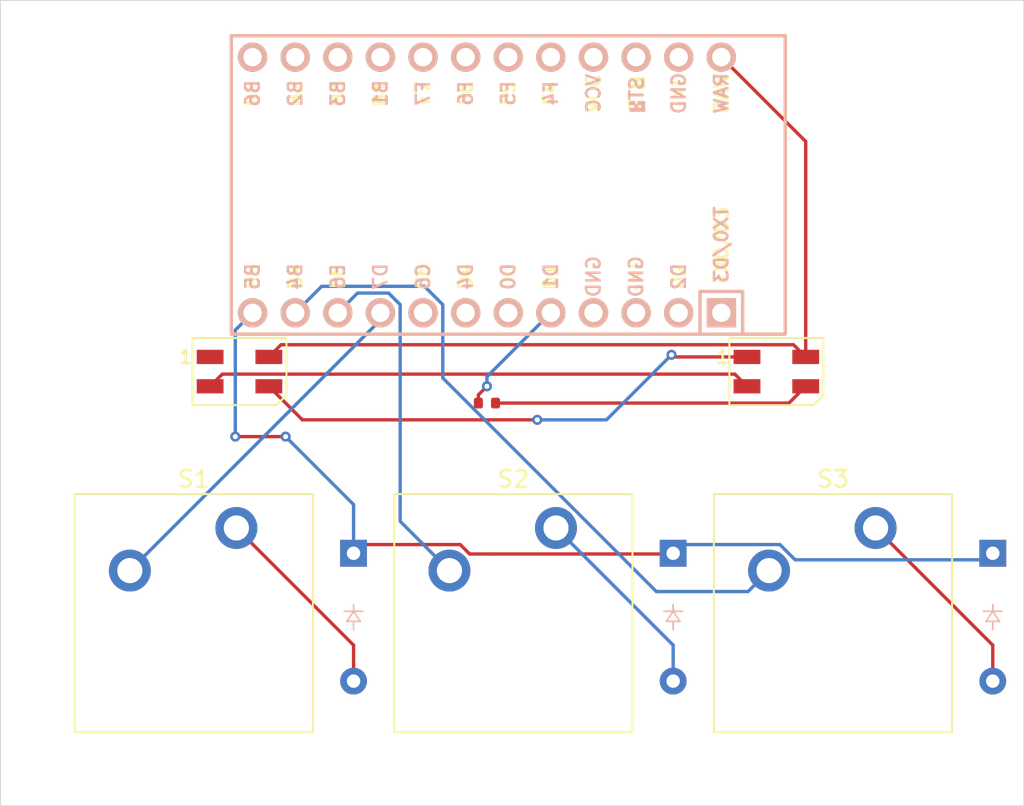
<source format=kicad_pcb>
(kicad_pcb (version 20241229) (generator "pcbnew") (generator_version "9.0")
  (layers (0 "F.Cu" signal) (2 "B.Cu" signal) (13 "F.Paste" user) (15 "B.Paste" user) (5 "F.SilkS" user "F.Silkscreen") (7 "B.SilkS" user "B.Silkscreen") (1 "F.Mask" user) (3 "B.Mask" user) (25 "Edge.Cuts" user))
  (net 0 "")
  (net 1 "Net-(D1-A)")
  (net 2 "R1")
  (net 3 "Net-(D2-A)")
  (net 4 "Net-(D3-A)")
  (net 5 "C1")
  (net 6 "C2")
  (net 7 "C3")
  (net 8 "+5V")
  (net 9 "GND")
  (net 10 "DIN")
  (net 11 "Net-(D4-DOUT)")
  (net 13 "Net-(U1-2{slash}PD1)")
  (footprint "LED_SMD:LED_SK6812MINI_PLCC4_3.5x3.5mm_P1.75mm" (layer "F.Cu") (at 97.975 80.85)
    (property "Reference" "D5" (hide yes))
    (property "Value" "SK6812MINI")
    (fp_line (start -2.8 -2) (end -2.8 2) (stroke (width 0.12)) (layer "F.SilkS"))
    (fp_line (start -2.8 -2) (end 2.8 -2) (stroke (width 0.12)) (layer "F.SilkS"))
    (fp_line (start -2.8 2) (end 2.2 2) (stroke (width 0.12)) (layer "F.SilkS"))
    (fp_line (start 2.8 1.4) (end 2.2 2) (stroke (width 0.12)) (layer "F.SilkS"))
    (fp_line (start 2.8 1.4) (end 2.8 -2) (stroke (width 0.12)) (layer "F.SilkS"))
    (fp_text user "1" (at -3.2 -0.875 0) (layer "F.SilkS") (effects (font (size 0.8 0.8))))
    (pad "1" smd rect (at -1.75 -0.875) (size 1.6 0.85) (layers "F.Cu" "F.Mask" "F.Paste"))
    (pad "2" smd rect (at -1.75 0.875) (size 1.6 0.85) (layers "F.Cu" "F.Mask" "F.Paste") (net 9 "GND"))
    (pad "3" smd rect (at 1.75 0.875) (size 1.6 0.85) (layers "F.Cu" "F.Mask" "F.Paste") (net 11 "Net-(D4-DOUT)"))
    (pad "4" smd rect (at 1.75 -0.875) (size 1.6 0.85) (layers "F.Cu" "F.Mask" "F.Paste") (net 8 "+5V"))
  )
  (footprint "ScottoKeebs_MX:MX_PCB_1.00u" (layer "F.Cu") (at 114.3 95.25)
    (property "Reference" "S2" (at 0 -8 0) (layer "F.SilkS"))
    (property "Value" "Keyswitch")
    (fp_line (start -7.1 -7.1) (end -7.1 7.1) (stroke (width 0.12)) (layer "F.SilkS"))
    (fp_line (start -7.1 7.1) (end 7.1 7.1) (stroke (width 0.12)) (layer "F.SilkS"))
    (fp_line (start 7.1 -7.1) (end -7.1 -7.1) (stroke (width 0.12)) (layer "F.SilkS"))
    (fp_line (start 7.1 7.1) (end 7.1 -7.1) (stroke (width 0.12)) (layer "F.SilkS"))
    (pad "" np_thru_hole circle (at -5.08 0) (size 1.75 1.75) (drill 1.75) (layers "*.Cu" "*.Mask"))
    (pad "" np_thru_hole circle (at 0 0) (size 4 4) (drill 4) (layers "*.Cu" "*.Mask"))
    (pad "" np_thru_hole circle (at 5.08 0) (size 1.75 1.75) (drill 1.75) (layers "*.Cu" "*.Mask"))
    (pad "1" thru_hole circle (at -3.81 -2.54) (size 2.5 2.5) (drill 1.5) (layers "*.Cu" "*.Mask") (net 6 "C2"))
    (pad "2" thru_hole circle (at 2.54 -5.08) (size 2.5 2.5) (drill 1.5) (layers "*.Cu" "*.Mask") (net 3 "Net-(D2-A)"))
  )
  (footprint "ScottoKeebs_Components:Resistor_0402" (layer "F.Cu") (at 112.725 82.725)
    (property "Reference" "R1(100R)1" (hide yes))
    (property "Value" "Resistor" (hide yes))
    (pad "1" smd roundrect (at -0.51 0) (size 0.54 0.64) (layers "F.Cu" "F.Mask" "F.Paste") (net 13 "Net-(U1-2{slash}PD1)"))
    (pad "2" smd roundrect (at 0.51 0) (size 0.54 0.64) (layers "F.Cu" "F.Mask" "F.Paste") (net 10 "DIN"))
  )
  (footprint "LED_SMD:LED_SK6812MINI_PLCC4_3.5x3.5mm_P1.75mm" (layer "F.Cu") (at 129.975 80.85)
    (property "Reference" "D4" (hide yes))
    (property "Value" "SK6812MINI")
    (fp_line (start -2.8 -2) (end -2.8 2) (stroke (width 0.12)) (layer "F.SilkS"))
    (fp_line (start -2.8 -2) (end 2.8 -2) (stroke (width 0.12)) (layer "F.SilkS"))
    (fp_line (start -2.8 2) (end 2.2 2) (stroke (width 0.12)) (layer "F.SilkS"))
    (fp_line (start 2.8 1.4) (end 2.2 2) (stroke (width 0.12)) (layer "F.SilkS"))
    (fp_line (start 2.8 1.4) (end 2.8 -2) (stroke (width 0.12)) (layer "F.SilkS"))
    (fp_text user "1" (at -3.2 -0.875 0) (layer "F.SilkS") (effects (font (size 0.8 0.8))))
    (pad "1" smd rect (at -1.75 -0.875) (size 1.6 0.85) (layers "F.Cu" "F.Mask" "F.Paste") (net 11 "Net-(D4-DOUT)"))
    (pad "2" smd rect (at -1.75 0.875) (size 1.6 0.85) (layers "F.Cu" "F.Mask" "F.Paste") (net 9 "GND"))
    (pad "3" smd rect (at 1.75 0.875) (size 1.6 0.85) (layers "F.Cu" "F.Mask" "F.Paste") (net 10 "DIN"))
    (pad "4" smd rect (at 1.75 -0.875) (size 1.6 0.85) (layers "F.Cu" "F.Mask" "F.Paste") (net 8 "+5V"))
  )
  (footprint "ScottoKeebs_MX:MX_PCB_1.00u" (layer "F.Cu") (at 95.25 95.25)
    (property "Reference" "S1" (at 0 -8 0) (layer "F.SilkS"))
    (property "Value" "Keyswitch")
    (fp_line (start -7.1 -7.1) (end -7.1 7.1) (stroke (width 0.12)) (layer "F.SilkS"))
    (fp_line (start -7.1 7.1) (end 7.1 7.1) (stroke (width 0.12)) (layer "F.SilkS"))
    (fp_line (start 7.1 -7.1) (end -7.1 -7.1) (stroke (width 0.12)) (layer "F.SilkS"))
    (fp_line (start 7.1 7.1) (end 7.1 -7.1) (stroke (width 0.12)) (layer "F.SilkS"))
    (pad "" np_thru_hole circle (at -5.08 0) (size 1.75 1.75) (drill 1.75) (layers "*.Cu" "*.Mask"))
    (pad "" np_thru_hole circle (at 0 0) (size 4 4) (drill 4) (layers "*.Cu" "*.Mask"))
    (pad "" np_thru_hole circle (at 5.08 0) (size 1.75 1.75) (drill 1.75) (layers "*.Cu" "*.Mask"))
    (pad "1" thru_hole circle (at -3.81 -2.54) (size 2.5 2.5) (drill 1.5) (layers "*.Cu" "*.Mask") (net 5 "C1"))
    (pad "2" thru_hole circle (at 2.54 -5.08) (size 2.5 2.5) (drill 1.5) (layers "*.Cu" "*.Mask") (net 1 "Net-(D1-A)"))
  )
  (footprint "ScottoKeebs_MX:MX_PCB_1.00u" (layer "F.Cu") (at 133.35 95.25)
    (property "Reference" "S3" (at 0 -8 0) (layer "F.SilkS"))
    (property "Value" "Keyswitch")
    (fp_line (start -7.1 -7.1) (end -7.1 7.1) (stroke (width 0.12)) (layer "F.SilkS"))
    (fp_line (start -7.1 7.1) (end 7.1 7.1) (stroke (width 0.12)) (layer "F.SilkS"))
    (fp_line (start 7.1 -7.1) (end -7.1 -7.1) (stroke (width 0.12)) (layer "F.SilkS"))
    (fp_line (start 7.1 7.1) (end 7.1 -7.1) (stroke (width 0.12)) (layer "F.SilkS"))
    (pad "" np_thru_hole circle (at -5.08 0) (size 1.75 1.75) (drill 1.75) (layers "*.Cu" "*.Mask"))
    (pad "" np_thru_hole circle (at 0 0) (size 4 4) (drill 4) (layers "*.Cu" "*.Mask"))
    (pad "" np_thru_hole circle (at 5.08 0) (size 1.75 1.75) (drill 1.75) (layers "*.Cu" "*.Mask"))
    (pad "1" thru_hole circle (at -3.81 -2.54) (size 2.5 2.5) (drill 1.5) (layers "*.Cu" "*.Mask") (net 7 "C3"))
    (pad "2" thru_hole circle (at 2.54 -5.08) (size 2.5 2.5) (drill 1.5) (layers "*.Cu" "*.Mask") (net 4 "Net-(D3-A)"))
  )
  (footprint "ScottoKeebs_Components:Diode_DO-35" (layer "B.Cu") (at 142.875 91.678125 -90)
    (property "Reference" "D3" (hide yes))
    (property "Value" "Diode" (hide yes))
    (fp_line (start 3.46 0.55) (end 3.46 -0.55) (stroke (width 0.1)) (layer "B.SilkS"))
    (fp_line (start 4.06 0.4) (end 4.06 -0.4) (stroke (width 0.1)) (layer "B.SilkS"))
    (fp_line (start 3.06 0) (end 3.46 0) (stroke (width 0.1)) (layer "B.SilkS"))
    (fp_line (start 3.46 0) (end 4.06 0.4) (stroke (width 0.1)) (layer "B.SilkS"))
    (fp_line (start 4.06 0) (end 4.56 0) (stroke (width 0.1)) (layer "B.SilkS"))
    (fp_line (start 4.06 -0.4) (end 3.46 0) (stroke (width 0.1)) (layer "B.SilkS"))
    (pad "1" thru_hole rect (at 0 0 270) (size 1.6 1.6) (drill 0.8) (layers "*.Cu" "*.Mask") (net 2 "R1"))
    (pad "2" thru_hole oval (at 7.62 0 270) (size 1.6 1.6) (drill 0.8) (layers "*.Cu" "*.Mask") (net 4 "Net-(D3-A)"))
  )
  (footprint "ScottoKeebs_Components:Diode_DO-35" (layer "B.Cu") (at 123.825 91.678125 -90)
    (property "Reference" "D2" (hide yes))
    (property "Value" "Diode" (hide yes))
    (fp_line (start 3.46 0.55) (end 3.46 -0.55) (stroke (width 0.1)) (layer "B.SilkS"))
    (fp_line (start 4.06 0.4) (end 4.06 -0.4) (stroke (width 0.1)) (layer "B.SilkS"))
    (fp_line (start 3.06 0) (end 3.46 0) (stroke (width 0.1)) (layer "B.SilkS"))
    (fp_line (start 3.46 0) (end 4.06 0.4) (stroke (width 0.1)) (layer "B.SilkS"))
    (fp_line (start 4.06 0) (end 4.56 0) (stroke (width 0.1)) (layer "B.SilkS"))
    (fp_line (start 4.06 -0.4) (end 3.46 0) (stroke (width 0.1)) (layer "B.SilkS"))
    (pad "1" thru_hole rect (at 0 0 270) (size 1.6 1.6) (drill 0.8) (layers "*.Cu" "*.Mask") (net 2 "R1"))
    (pad "2" thru_hole oval (at 7.62 0 270) (size 1.6 1.6) (drill 0.8) (layers "*.Cu" "*.Mask") (net 3 "Net-(D2-A)"))
  )
  (footprint "ScottoKeebs_MCU:Arduino_Pro_Micro" (layer "B.Cu") (at 112.725 69.725 90)
    (property "Reference" "U1" (hide yes))
    (property "Value" "Arduino_Pro_Micro" (hide yes))
    (fp_line (start 8.89 -15.24) (end 8.89 17.78) (stroke (width 0.2)) (layer "F.SilkS"))
    (fp_line (start -8.89 -15.24) (end 8.89 -15.24) (stroke (width 0.2)) (layer "F.SilkS"))
    (fp_line (start -6.35 12.7) (end -8.89 12.7) (stroke (width 0.2)) (layer "F.SilkS"))
    (fp_line (start -6.35 15.24) (end -6.35 12.7) (stroke (width 0.2)) (layer "F.SilkS"))
    (fp_line (start -6.35 15.24) (end -8.89 15.24) (stroke (width 0.2)) (layer "F.SilkS"))
    (fp_line (start 8.89 17.78) (end -8.89 17.78) (stroke (width 0.2)) (layer "F.SilkS"))
    (fp_line (start -8.89 17.78) (end -8.89 -15.24) (stroke (width 0.2)) (layer "F.SilkS"))
    (fp_poly (pts (xy 5.844635 8.75097) (xy 5.844635 8.55097) (xy 5.944635 8.55097) (xy 5.944635 8.75097)) (stroke (width 0.15)) (fill yes) (layer "F.SilkS"))
    (fp_poly (pts (xy 6.044635 8.95097) (xy 6.044635 8.85097) (xy 6.144635 8.85097) (xy 6.144635 8.95097)) (stroke (width 0.15)) (fill yes) (layer "F.SilkS"))
    (fp_poly (pts (xy 6.244635 9.35097) (xy 6.244635 8.55097) (xy 6.344635 8.55097) (xy 6.344635 9.35097)) (stroke (width 0.15)) (fill yes) (layer "F.SilkS"))
    (fp_poly (pts (xy 5.844635 9.35097) (xy 5.844635 9.05097) (xy 5.944635 9.05097) (xy 5.944635 9.35097)) (stroke (width 0.15)) (fill yes) (layer "F.SilkS"))
    (fp_poly (pts (xy 5.844635 9.35097) (xy 5.844635 9.25097) (xy 6.344635 9.25097) (xy 6.344635 9.35097)) (stroke (width 0.15)) (fill yes) (layer "F.SilkS"))
    (fp_line (start 8.89 -15.24) (end 8.89 17.78) (stroke (width 0.2)) (layer "B.SilkS"))
    (fp_line (start -8.89 -15.24) (end 8.89 -15.24) (stroke (width 0.2)) (layer "B.SilkS"))
    (fp_line (start -6.35 12.7) (end -8.89 12.7) (stroke (width 0.2)) (layer "B.SilkS"))
    (fp_line (start -6.35 15.24) (end -6.35 12.7) (stroke (width 0.2)) (layer "B.SilkS"))
    (fp_line (start -6.35 15.24) (end -8.89 15.24) (stroke (width 0.2)) (layer "B.SilkS"))
    (fp_line (start 8.89 17.78) (end -8.89 17.78) (stroke (width 0.2)) (layer "B.SilkS"))
    (fp_line (start -8.89 17.78) (end -8.89 -15.24) (stroke (width 0.2)) (layer "B.SilkS"))
    (fp_poly (pts (xy 4.931568 8.76064) (xy 4.931568 8.56064) (xy 4.831568 8.56064) (xy 4.831568 8.76064)) (stroke (width 0.15)) (fill yes) (layer "B.SilkS"))
    (fp_poly (pts (xy 4.731568 8.96064) (xy 4.731568 8.86064) (xy 4.631568 8.86064) (xy 4.631568 8.96064)) (stroke (width 0.15)) (fill yes) (layer "B.SilkS"))
    (fp_poly (pts (xy 4.931568 9.36064) (xy 4.931568 9.06064) (xy 4.831568 9.06064) (xy 4.831568 9.36064)) (stroke (width 0.15)) (fill yes) (layer "B.SilkS"))
    (fp_poly (pts (xy 4.931568 9.36064) (xy 4.931568 9.26064) (xy 4.431568 9.26064) (xy 4.431568 9.36064)) (stroke (width 0.15)) (fill yes) (layer "B.SilkS"))
    (fp_poly (pts (xy 4.531568 9.36064) (xy 4.531568 8.56064) (xy 4.431568 8.56064) (xy 4.431568 9.36064)) (stroke (width 0.15)) (fill yes) (layer "B.SilkS"))
    (fp_text user "ST" (at 5.04 8.91 90) (layer "F.SilkS") (effects (font (size 0.8 0.8))))
    (fp_text user "GND" (at 5.461 11.43 90) (layer "F.SilkS") (effects (font (size 0.8 0.8))))
    (fp_text user "B6" (at 5.461 -13.97 90) (layer "F.SilkS") (effects (font (size 0.8 0.8))))
    (fp_text user "B1" (at 5.461 -6.35 90) (layer "F.SilkS") (effects (font (size 0.8 0.8))))
    (fp_text user "F7" (at 5.461 -3.81 90) (layer "F.SilkS") (effects (font (size 0.8 0.8))))
    (fp_text user "F6" (at 5.461 -1.27 90) (layer "F.SilkS") (effects (font (size 0.8 0.8))))
    (fp_text user "B2" (at 5.461 -11.43 90) (layer "F.SilkS") (effects (font (size 0.8 0.8))))
    (fp_text user "VCC" (at 5.461 6.35 90) (layer "F.SilkS") (effects (font (size 0.8 0.8))))
    (fp_text user "GND" (at -5.461 8.89 90) (layer "F.SilkS") (effects (font (size 0.8 0.8))))
    (fp_text user "B5" (at -5.461 -13.97 90) (layer "F.SilkS") (effects (font (size 0.8 0.8))))
    (fp_text user "F4" (at 5.461 3.81 90) (layer "F.SilkS") (effects (font (size 0.8 0.8))))
    (fp_text user "B4" (at -5.461 -11.43 90) (layer "F.SilkS") (effects (font (size 0.8 0.8))))
    (fp_text user "C6" (at -5.461 -3.81 90) (layer "F.SilkS") (effects (font (size 0.8 0.8))))
    (fp_text user "B3" (at 5.461 -8.89 90) (layer "F.SilkS") (effects (font (size 0.8 0.8))))
    (fp_text user "F5" (at 5.461 1.27 90) (layer "F.SilkS") (effects (font (size 0.8 0.8))))
    (fp_text user "RAW" (at 5.461 13.97 90) (layer "F.SilkS") (effects (font (size 0.8 0.8))))
    (fp_text user "TX0/D3" (at -3.571872 13.97 90) (layer "F.SilkS") (effects (font (size 0.8 0.8))))
    (fp_text user "D2" (at -5.461 11.43 90) (layer "F.SilkS") (effects (font (size 0.8 0.8))))
    (fp_text user "D1" (at -5.461 3.81 90) (layer "F.SilkS") (effects (font (size 0.8 0.8))))
    (fp_text user "E6" (at -5.461 -8.89 90) (layer "F.SilkS") (effects (font (size 0.8 0.8))))
    (fp_text user "D0" (at -5.461 1.27 90) (layer "F.SilkS") (effects (font (size 0.8 0.8))))
    (fp_text user "D4" (at -5.461 -1.27 90) (layer "F.SilkS") (effects (font (size 0.8 0.8))))
    (fp_text user "B6" (at 5.461 -13.97 90) (layer "B.SilkS") (effects (font (size 0.8 0.8)) (justify mirror)))
    (fp_text user "C6" (at -5.461 -3.81 90) (layer "B.SilkS") (effects (font (size 0.8 0.8)) (justify mirror)))
    (fp_text user "B5" (at -5.461 -13.97 90) (layer "B.SilkS") (effects (font (size 0.8 0.8)) (justify mirror)))
    (fp_text user "D2" (at -5.461 11.43 90) (layer "B.SilkS") (effects (font (size 0.8 0.8)) (justify mirror)))
    (fp_text user "B3" (at 5.461 -8.89 90) (layer "B.SilkS") (effects (font (size 0.8 0.8)) (justify mirror)))
    (fp_text user "D1" (at -5.461 3.81 90) (layer "B.SilkS") (effects (font (size 0.8 0.8)) (justify mirror)))
    (fp_text user "F4" (at 5.461 3.81 90) (layer "B.SilkS") (effects (font (size 0.8 0.8)) (justify mirror)))
    (fp_text user "GND" (at -5.461 6.35 90) (layer "B.SilkS") (effects (font (size 0.8 0.8)) (justify mirror)))
    (fp_text user "GND" (at 5.461 11.43 90) (layer "B.SilkS") (effects (font (size 0.8 0.8)) (justify mirror)))
    (fp_text user "GND" (at -5.461 8.89 90) (layer "B.SilkS") (effects (font (size 0.8 0.8)) (justify mirror)))
    (fp_text user "ST" (at 5.73312 8.92 90) (layer "B.SilkS") (effects (font (size 0.8 0.8)) (justify mirror)))
    (fp_text user "F5" (at 5.461 1.27 90) (layer "B.SilkS") (effects (font (size 0.8 0.8)) (justify mirror)))
    (fp_text user "B1" (at 5.461 -6.35 90) (layer "B.SilkS") (effects (font (size 0.8 0.8)) (justify mirror)))
    (fp_text user "TX0/D3" (at -3.571872 13.97 90) (layer "B.SilkS") (effects (font (size 0.8 0.8)) (justify mirror)))
    (fp_text user "B2" (at 5.461 -11.43 90) (layer "B.SilkS") (effects (font (size 0.8 0.8)) (justify mirror)))
    (fp_text user "B4" (at -5.461 -11.43 90) (layer "B.SilkS") (effects (font (size 0.8 0.8)) (justify mirror)))
    (fp_text user "E6" (at -5.461 -8.89 90) (layer "B.SilkS") (effects (font (size 0.8 0.8)) (justify mirror)))
    (fp_text user "F6" (at 5.461 -1.27 90) (layer "B.SilkS") (effects (font (size 0.8 0.8)) (justify mirror)))
    (fp_text user "F7" (at 5.461 -3.81 90) (layer "B.SilkS") (effects (font (size 0.8 0.8)) (justify mirror)))
    (fp_text user "D0" (at -5.461 1.27 90) (layer "B.SilkS") (effects (font (size 0.8 0.8)) (justify mirror)))
    (fp_text user "D4" (at -5.461 -1.27 90) (layer "B.SilkS") (effects (font (size 0.8 0.8)) (justify mirror)))
    (fp_text user "RAW" (at 5.461 13.97 90) (layer "B.SilkS") (effects (font (size 0.8 0.8)) (justify mirror)))
    (fp_text user "VCC" (at 5.461 6.35 90) (layer "B.SilkS") (effects (font (size 0.8 0.8)) (justify mirror)))
    (fp_text user "D7" (at -5.461 -6.35 90) (layer "B.SilkS") (effects (font (size 0.8 0.8)) (justify mirror)))
    (pad "1" thru_hole rect (at -7.62 13.97 180) (size 1.7526 1.7526) (drill 1.0922) (layers "*.Cu" "*.SilkS" "*.Mask"))
    (pad "2" thru_hole circle (at -7.62 11.43 180) (size 1.7526 1.7526) (drill 1.0922) (layers "*.Cu" "*.SilkS" "*.Mask"))
    (pad "3" thru_hole circle (at -7.62 8.89 180) (size 1.7526 1.7526) (drill 1.0922) (layers "*.Cu" "*.SilkS" "*.Mask"))
    (pad "4" thru_hole circle (at -7.62 6.35 180) (size 1.7526 1.7526) (drill 1.0922) (layers "*.Cu" "*.SilkS" "*.Mask"))
    (pad "5" thru_hole circle (at -7.62 3.81 180) (size 1.7526 1.7526) (drill 1.0922) (layers "*.Cu" "*.SilkS" "*.Mask") (net 13 "Net-(U1-2{slash}PD1)"))
    (pad "6" thru_hole circle (at -7.62 1.27 180) (size 1.7526 1.7526) (drill 1.0922) (layers "*.Cu" "*.SilkS" "*.Mask"))
    (pad "7" thru_hole circle (at -7.62 -1.27 180) (size 1.7526 1.7526) (drill 1.0922) (layers "*.Cu" "*.SilkS" "*.Mask"))
    (pad "8" thru_hole circle (at -7.62 -3.81 180) (size 1.7526 1.7526) (drill 1.0922) (layers "*.Cu" "*.SilkS" "*.Mask"))
    (pad "9" thru_hole circle (at -7.62 -6.35 180) (size 1.7526 1.7526) (drill 1.0922) (layers "*.Cu" "*.SilkS" "*.Mask") (net 5 "C1"))
    (pad "10" thru_hole circle (at -7.62 -8.89 180) (size 1.7526 1.7526) (drill 1.0922) (layers "*.Cu" "*.SilkS" "*.Mask") (net 6 "C2"))
    (pad "11" thru_hole circle (at -7.62 -11.43 180) (size 1.7526 1.7526) (drill 1.0922) (layers "*.Cu" "*.SilkS" "*.Mask") (net 7 "C3"))
    (pad "12" thru_hole circle (at -7.62 -13.97 180) (size 1.7526 1.7526) (drill 1.0922) (layers "*.Cu" "*.SilkS" "*.Mask") (net 2 "R1"))
    (pad "13" thru_hole circle (at 7.62 -13.97 180) (size 1.7526 1.7526) (drill 1.0922) (layers "*.Cu" "*.SilkS" "*.Mask"))
    (pad "14" thru_hole circle (at 7.62 -11.43 180) (size 1.7526 1.7526) (drill 1.0922) (layers "*.Cu" "*.SilkS" "*.Mask"))
    (pad "15" thru_hole circle (at 7.62 -8.89 180) (size 1.7526 1.7526) (drill 1.0922) (layers "*.Cu" "*.SilkS" "*.Mask"))
    (pad "16" thru_hole circle (at 7.62 -6.35 180) (size 1.7526 1.7526) (drill 1.0922) (layers "*.Cu" "*.SilkS" "*.Mask"))
    (pad "17" thru_hole circle (at 7.62 -3.81 180) (size 1.7526 1.7526) (drill 1.0922) (layers "*.Cu" "*.SilkS" "*.Mask"))
    (pad "18" thru_hole circle (at 7.62 -1.27 180) (size 1.7526 1.7526) (drill 1.0922) (layers "*.Cu" "*.SilkS" "*.Mask"))
    (pad "19" thru_hole circle (at 7.62 1.27 180) (size 1.7526 1.7526) (drill 1.0922) (layers "*.Cu" "*.SilkS" "*.Mask"))
    (pad "20" thru_hole circle (at 7.62 3.81 180) (size 1.7526 1.7526) (drill 1.0922) (layers "*.Cu" "*.SilkS" "*.Mask"))
    (pad "21" thru_hole circle (at 7.62 6.35 180) (size 1.7526 1.7526) (drill 1.0922) (layers "*.Cu" "*.SilkS" "*.Mask"))
    (pad "22" thru_hole circle (at 7.62 8.89 180) (size 1.7526 1.7526) (drill 1.0922) (layers "*.Cu" "*.SilkS" "*.Mask"))
    (pad "23" thru_hole circle (at 7.62 11.43 180) (size 1.7526 1.7526) (drill 1.0922) (layers "*.Cu" "*.SilkS" "*.Mask"))
    (pad "24" thru_hole circle (at 7.62 13.97 180) (size 1.7526 1.7526) (drill 1.0922) (layers "*.Cu" "*.SilkS" "*.Mask") (net 8 "+5V"))
  )
  (footprint "ScottoKeebs_Components:Diode_DO-35" (layer "B.Cu") (at 104.775 91.678125 -90)
    (property "Reference" "D1" (hide yes))
    (property "Value" "Diode" (hide yes))
    (fp_line (start 3.46 0.55) (end 3.46 -0.55) (stroke (width 0.1)) (layer "B.SilkS"))
    (fp_line (start 4.06 0.4) (end 4.06 -0.4) (stroke (width 0.1)) (layer "B.SilkS"))
    (fp_line (start 3.06 0) (end 3.46 0) (stroke (width 0.1)) (layer "B.SilkS"))
    (fp_line (start 3.46 0) (end 4.06 0.4) (stroke (width 0.1)) (layer "B.SilkS"))
    (fp_line (start 4.06 0) (end 4.56 0) (stroke (width 0.1)) (layer "B.SilkS"))
    (fp_line (start 4.06 -0.4) (end 3.46 0) (stroke (width 0.1)) (layer "B.SilkS"))
    (pad "1" thru_hole rect (at 0 0 270) (size 1.6 1.6) (drill 0.8) (layers "*.Cu" "*.Mask") (net 2 "R1"))
    (pad "2" thru_hole oval (at 7.62 0 270) (size 1.6 1.6) (drill 0.8) (layers "*.Cu" "*.Mask") (net 1 "Net-(D1-A)"))
  )
  (gr_rect (start 83.725 58.725) (end 144.725 106.725) (stroke (width 0.05)) (fill no) (layer "Edge.Cuts"))
  (segment (start 104.775 99.298125) (end 104.775 97.155) (width 0.2) (layer "F.Cu") (net 1))
  (segment (start 104.775 97.155) (end 97.79 90.17) (width 0.2) (layer "F.Cu") (net 1))
  (segment (start 123.825 91.678125) (end 123.782125 91.721) (width 0.2) (layer "F.Cu") (net 2))
  (segment (start 100.725 84.725) (end 97.725 84.725) (width 0.2) (layer "F.Cu") (net 2))
  (segment (start 111.132446 91.159) (end 105.294125 91.159) (width 0.2) (layer "F.Cu") (net 2))
  (segment (start 123.782125 91.721) (end 113.109375 91.721) (width 0.2) (layer "F.Cu") (net 2))
  (segment (start 105.294125 91.159) (end 104.775 91.678125) (width 0.2) (layer "F.Cu") (net 2))
  (segment (start 111.694446 91.721) (end 111.132446 91.159) (width 0.2) (layer "F.Cu") (net 2))
  (segment (start 113.109375 91.721) (end 111.694446 91.721) (width 0.2) (layer "F.Cu") (net 2))
  (via (at 100.725 84.725) (size 0.6) (drill 0.3) (layers "F.Cu" "B.Cu") (net 2))
  (via (at 97.725 84.725) (size 0.6) (drill 0.3) (layers "F.Cu" "B.Cu") (net 2))
  (segment (start 142.485571 92.067554) (end 131.091 92.067554) (width 0.2) (layer "B.Cu") (net 2))
  (segment (start 104.775 91.678125) (end 105.294125 91.159) (width 0.2) (layer "B.Cu") (net 2))
  (segment (start 104.775 88.775) (end 100.725 84.725) (width 0.2) (layer "B.Cu") (net 2))
  (segment (start 104.775 91.678125) (end 104.775 88.775) (width 0.2) (layer "B.Cu") (net 2))
  (segment (start 124.344125 91.159) (end 123.825 91.678125) (width 0.2) (layer "B.Cu") (net 2))
  (segment (start 97.725 84.725) (end 97.725 78.375) (width 0.2) (layer "B.Cu") (net 2))
  (segment (start 131.091 92.067554) (end 130.182446 91.159) (width 0.2) (layer "B.Cu") (net 2))
  (segment (start 97.725 78.375) (end 98.755 77.345) (width 0.2) (layer "B.Cu") (net 2))
  (segment (start 130.182446 91.159) (end 124.344125 91.159) (width 0.2) (layer "B.Cu") (net 2))
  (segment (start 142.875 91.678125) (end 142.485571 92.067554) (width 0.2) (layer "B.Cu") (net 2))
  (segment (start 123.825 99.298125) (end 123.825 97.155) (width 0.2) (layer "B.Cu") (net 3))
  (segment (start 123.825 97.155) (end 116.84 90.17) (width 0.2) (layer "B.Cu") (net 3))
  (segment (start 135.89 90.17) (end 142.875 97.155) (width 0.2) (layer "F.Cu") (net 4))
  (segment (start 142.875 97.155) (end 142.875 99.298125) (width 0.2) (layer "F.Cu") (net 4))
  (segment (start 106.375 77.775) (end 106.375 77.345) (width 0.2) (layer "B.Cu") (net 5))
  (segment (start 91.44 92.71) (end 106.375 77.775) (width 0.2) (layer "B.Cu") (net 5))
  (segment (start 110.49 92.71) (end 107.5523 89.7723) (width 0.2) (layer "B.Cu") (net 6))
  (segment (start 106.862654 76.1677) (end 105.0123 76.1677) (width 0.2) (layer "B.Cu") (net 6))
  (segment (start 107.5523 89.7723) (end 107.5523 76.857346) (width 0.2) (layer "B.Cu") (net 6))
  (segment (start 105.0123 76.1677) (end 103.835 77.345) (width 0.2) (layer "B.Cu") (net 6))
  (segment (start 107.5523 76.857346) (end 106.862654 76.1677) (width 0.2) (layer "B.Cu") (net 6))
  (segment (start 110.0923 81.228854) (end 110.0923 76.857346) (width 0.2) (layer "B.Cu") (net 7))
  (segment (start 128.290001 93.959999) (end 122.823445 93.959999) (width 0.2) (layer "B.Cu") (net 7))
  (segment (start 109.001654 75.7667) (end 102.8733 75.7667) (width 0.2) (layer "B.Cu") (net 7))
  (segment (start 122.823445 93.959999) (end 110.0923 81.228854) (width 0.2) (layer "B.Cu") (net 7))
  (segment (start 110.0923 76.857346) (end 109.001654 75.7667) (width 0.2) (layer "B.Cu") (net 7))
  (segment (start 102.8733 75.7667) (end 101.295 77.345) (width 0.2) (layer "B.Cu") (net 7))
  (segment (start 129.54 92.71) (end 128.290001 93.959999) (width 0.2) (layer "B.Cu") (net 7))
  (segment (start 131.725 79.975) (end 131.725 67.135) (width 0.2) (layer "F.Cu") (net 8))
  (segment (start 130.999 79.249) (end 131.725 79.975) (width 0.2) (layer "F.Cu") (net 8))
  (segment (start 100.451 79.249) (end 130.999 79.249) (width 0.2) (layer "F.Cu") (net 8))
  (segment (start 131.725 67.135) (end 126.695 62.105) (width 0.2) (layer "F.Cu") (net 8))
  (segment (start 99.725 79.975) (end 100.451 79.249) (width 0.2) (layer "F.Cu") (net 8))
  (segment (start 96.951 80.999) (end 127.499 80.999) (width 0.2) (layer "F.Cu") (net 9))
  (segment (start 127.499 80.999) (end 128.225 81.725) (width 0.2) (layer "F.Cu") (net 9))
  (segment (start 96.225 81.725) (end 96.951 80.999) (width 0.2) (layer "F.Cu") (net 9))
  (segment (start 130.725 82.725) (end 113.235 82.725) (width 0.2) (layer "F.Cu") (net 10))
  (segment (start 131.725 81.725) (end 130.725 82.725) (width 0.2) (layer "F.Cu") (net 10))
  (segment (start 101.725 83.725) (end 115.725 83.725) (width 0.2) (layer "F.Cu") (net 11))
  (segment (start 123.725 79.849) (end 123.851 79.975) (width 0.2) (layer "F.Cu") (net 11))
  (segment (start 123.851 79.975) (end 128.225 79.975) (width 0.2) (layer "F.Cu") (net 11))
  (segment (start 99.725 81.725) (end 101.725 83.725) (width 0.2) (layer "F.Cu") (net 11))
  (via (at 123.725 79.849) (size 0.6) (drill 0.3) (layers "F.Cu" "B.Cu") (net 11))
  (via (at 115.725 83.725) (size 0.6) (drill 0.3) (layers "F.Cu" "B.Cu") (net 11))
  (segment (start 115.725 83.725) (end 119.849 83.725) (width 0.2) (layer "B.Cu") (net 11))
  (segment (start 119.849 83.725) (end 123.725 79.849) (width 0.2) (layer "B.Cu") (net 11))
  (segment (start 112.215 82.725) (end 112.215 82.235) (width 0.2) (layer "F.Cu") (net 13))
  (segment (start 112.215 82.235) (end 112.725 81.725) (width 0.2) (layer "F.Cu") (net 13))
  (via (at 112.725 81.725) (size 0.6) (drill 0.3) (layers "F.Cu" "B.Cu") (net 13))
  (segment (start 112.725 81.155) (end 116.535 77.345) (width 0.2) (layer "B.Cu") (net 13))
  (segment (start 112.725 81.725) (end 112.725 81.155) (width 0.2) (layer "B.Cu") (net 13))
)
</source>
